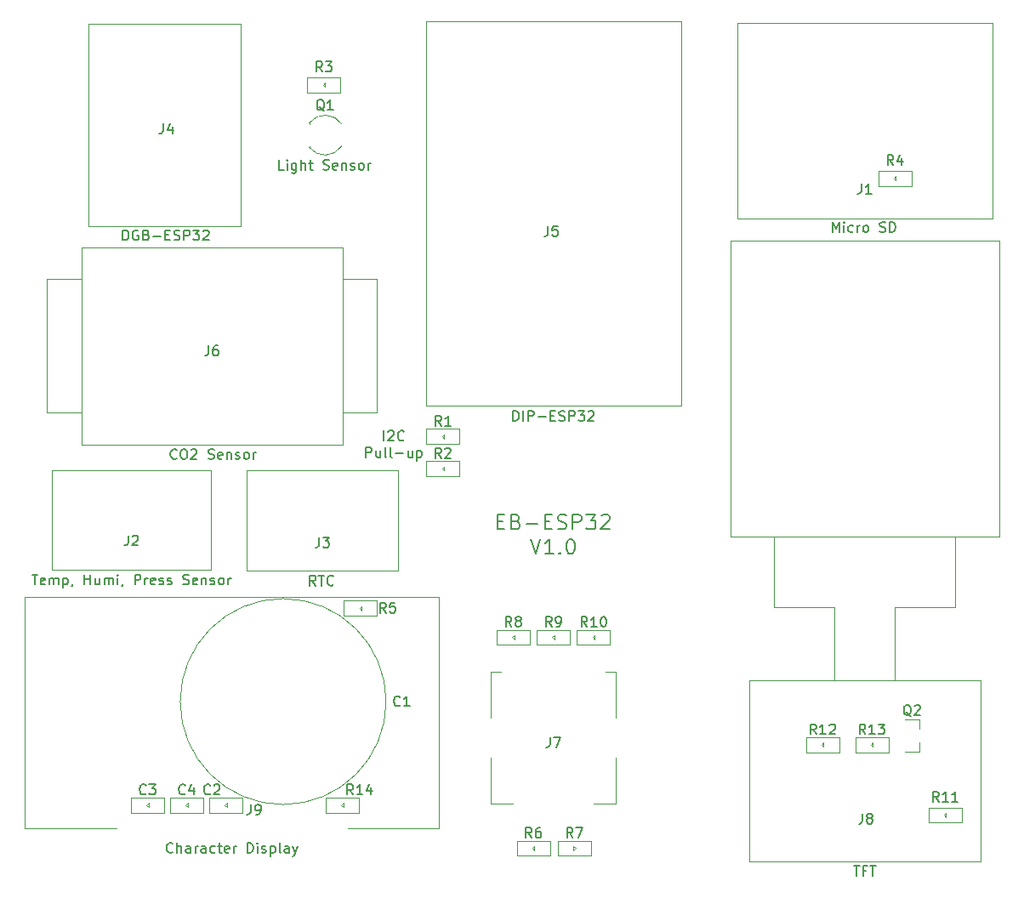
<source format=gto>
%TF.GenerationSoftware,KiCad,Pcbnew,(5.1.10-1-10_14)*%
%TF.CreationDate,2021-12-01T23:10:12+09:00*%
%TF.ProjectId,EB-ESP32,45422d45-5350-4333-922e-6b696361645f,V1.0*%
%TF.SameCoordinates,Original*%
%TF.FileFunction,Legend,Top*%
%TF.FilePolarity,Positive*%
%FSLAX46Y46*%
G04 Gerber Fmt 4.6, Leading zero omitted, Abs format (unit mm)*
G04 Created by KiCad (PCBNEW (5.1.10-1-10_14)) date 2021-12-01 23:10:12*
%MOMM*%
%LPD*%
G01*
G04 APERTURE LIST*
%ADD10C,0.200000*%
%ADD11C,0.150000*%
%ADD12C,0.120000*%
G04 APERTURE END LIST*
D10*
X-2571428Y-8467857D02*
X-2071428Y-8467857D01*
X-1857142Y-9253571D02*
X-2571428Y-9253571D01*
X-2571428Y-7753571D01*
X-1857142Y-7753571D01*
X-714285Y-8467857D02*
X-500000Y-8539285D01*
X-428571Y-8610714D01*
X-357142Y-8753571D01*
X-357142Y-8967857D01*
X-428571Y-9110714D01*
X-500000Y-9182142D01*
X-642857Y-9253571D01*
X-1214285Y-9253571D01*
X-1214285Y-7753571D01*
X-714285Y-7753571D01*
X-571428Y-7825000D01*
X-500000Y-7896428D01*
X-428571Y-8039285D01*
X-428571Y-8182142D01*
X-500000Y-8325000D01*
X-571428Y-8396428D01*
X-714285Y-8467857D01*
X-1214285Y-8467857D01*
X285714Y-8682142D02*
X1428571Y-8682142D01*
X2142857Y-8467857D02*
X2642857Y-8467857D01*
X2857142Y-9253571D02*
X2142857Y-9253571D01*
X2142857Y-7753571D01*
X2857142Y-7753571D01*
X3428571Y-9182142D02*
X3642857Y-9253571D01*
X4000000Y-9253571D01*
X4142857Y-9182142D01*
X4214285Y-9110714D01*
X4285714Y-8967857D01*
X4285714Y-8825000D01*
X4214285Y-8682142D01*
X4142857Y-8610714D01*
X4000000Y-8539285D01*
X3714285Y-8467857D01*
X3571428Y-8396428D01*
X3500000Y-8325000D01*
X3428571Y-8182142D01*
X3428571Y-8039285D01*
X3500000Y-7896428D01*
X3571428Y-7825000D01*
X3714285Y-7753571D01*
X4071428Y-7753571D01*
X4285714Y-7825000D01*
X4928571Y-9253571D02*
X4928571Y-7753571D01*
X5500000Y-7753571D01*
X5642857Y-7825000D01*
X5714285Y-7896428D01*
X5785714Y-8039285D01*
X5785714Y-8253571D01*
X5714285Y-8396428D01*
X5642857Y-8467857D01*
X5500000Y-8539285D01*
X4928571Y-8539285D01*
X6285714Y-7753571D02*
X7214285Y-7753571D01*
X6714285Y-8325000D01*
X6928571Y-8325000D01*
X7071428Y-8396428D01*
X7142857Y-8467857D01*
X7214285Y-8610714D01*
X7214285Y-8967857D01*
X7142857Y-9110714D01*
X7071428Y-9182142D01*
X6928571Y-9253571D01*
X6500000Y-9253571D01*
X6357142Y-9182142D01*
X6285714Y-9110714D01*
X7785714Y-7896428D02*
X7857142Y-7825000D01*
X8000000Y-7753571D01*
X8357142Y-7753571D01*
X8500000Y-7825000D01*
X8571428Y-7896428D01*
X8642857Y-8039285D01*
X8642857Y-8182142D01*
X8571428Y-8396428D01*
X7714285Y-9253571D01*
X8642857Y-9253571D01*
X714285Y-10203571D02*
X1214285Y-11703571D01*
X1714285Y-10203571D01*
X2999999Y-11703571D02*
X2142857Y-11703571D01*
X2571428Y-11703571D02*
X2571428Y-10203571D01*
X2428571Y-10417857D01*
X2285714Y-10560714D01*
X2142857Y-10632142D01*
X3642857Y-11560714D02*
X3714285Y-11632142D01*
X3642857Y-11703571D01*
X3571428Y-11632142D01*
X3642857Y-11560714D01*
X3642857Y-11703571D01*
X4642857Y-10203571D02*
X4785714Y-10203571D01*
X4928571Y-10275000D01*
X5000000Y-10346428D01*
X5071428Y-10489285D01*
X5142857Y-10775000D01*
X5142857Y-11132142D01*
X5071428Y-11417857D01*
X5000000Y-11560714D01*
X4928571Y-11632142D01*
X4785714Y-11703571D01*
X4642857Y-11703571D01*
X4500000Y-11632142D01*
X4428571Y-11560714D01*
X4357142Y-11417857D01*
X4285714Y-11132142D01*
X4285714Y-10775000D01*
X4357142Y-10489285D01*
X4428571Y-10346428D01*
X4500000Y-10275000D01*
X4642857Y-10203571D01*
D11*
X-34495238Y-2157142D02*
X-34542857Y-2204761D01*
X-34685714Y-2252380D01*
X-34780952Y-2252380D01*
X-34923809Y-2204761D01*
X-35019047Y-2109523D01*
X-35066666Y-2014285D01*
X-35114285Y-1823809D01*
X-35114285Y-1680952D01*
X-35066666Y-1490476D01*
X-35019047Y-1395238D01*
X-34923809Y-1300000D01*
X-34780952Y-1252380D01*
X-34685714Y-1252380D01*
X-34542857Y-1300000D01*
X-34495238Y-1347619D01*
X-33876190Y-1252380D02*
X-33685714Y-1252380D01*
X-33590476Y-1300000D01*
X-33495238Y-1395238D01*
X-33447619Y-1585714D01*
X-33447619Y-1919047D01*
X-33495238Y-2109523D01*
X-33590476Y-2204761D01*
X-33685714Y-2252380D01*
X-33876190Y-2252380D01*
X-33971428Y-2204761D01*
X-34066666Y-2109523D01*
X-34114285Y-1919047D01*
X-34114285Y-1585714D01*
X-34066666Y-1395238D01*
X-33971428Y-1300000D01*
X-33876190Y-1252380D01*
X-33066666Y-1347619D02*
X-33019047Y-1300000D01*
X-32923809Y-1252380D01*
X-32685714Y-1252380D01*
X-32590476Y-1300000D01*
X-32542857Y-1347619D01*
X-32495238Y-1442857D01*
X-32495238Y-1538095D01*
X-32542857Y-1680952D01*
X-33114285Y-2252380D01*
X-32495238Y-2252380D01*
X-31352380Y-2204761D02*
X-31209523Y-2252380D01*
X-30971428Y-2252380D01*
X-30876190Y-2204761D01*
X-30828571Y-2157142D01*
X-30780952Y-2061904D01*
X-30780952Y-1966666D01*
X-30828571Y-1871428D01*
X-30876190Y-1823809D01*
X-30971428Y-1776190D01*
X-31161904Y-1728571D01*
X-31257142Y-1680952D01*
X-31304761Y-1633333D01*
X-31352380Y-1538095D01*
X-31352380Y-1442857D01*
X-31304761Y-1347619D01*
X-31257142Y-1300000D01*
X-31161904Y-1252380D01*
X-30923809Y-1252380D01*
X-30780952Y-1300000D01*
X-29971428Y-2204761D02*
X-30066666Y-2252380D01*
X-30257142Y-2252380D01*
X-30352380Y-2204761D01*
X-30400000Y-2109523D01*
X-30400000Y-1728571D01*
X-30352380Y-1633333D01*
X-30257142Y-1585714D01*
X-30066666Y-1585714D01*
X-29971428Y-1633333D01*
X-29923809Y-1728571D01*
X-29923809Y-1823809D01*
X-30400000Y-1919047D01*
X-29495238Y-1585714D02*
X-29495238Y-2252380D01*
X-29495238Y-1680952D02*
X-29447619Y-1633333D01*
X-29352380Y-1585714D01*
X-29209523Y-1585714D01*
X-29114285Y-1633333D01*
X-29066666Y-1728571D01*
X-29066666Y-2252380D01*
X-28638095Y-2204761D02*
X-28542857Y-2252380D01*
X-28352380Y-2252380D01*
X-28257142Y-2204761D01*
X-28209523Y-2109523D01*
X-28209523Y-2061904D01*
X-28257142Y-1966666D01*
X-28352380Y-1919047D01*
X-28495238Y-1919047D01*
X-28590476Y-1871428D01*
X-28638095Y-1776190D01*
X-28638095Y-1728571D01*
X-28590476Y-1633333D01*
X-28495238Y-1585714D01*
X-28352380Y-1585714D01*
X-28257142Y-1633333D01*
X-27638095Y-2252380D02*
X-27733333Y-2204761D01*
X-27780952Y-2157142D01*
X-27828571Y-2061904D01*
X-27828571Y-1776190D01*
X-27780952Y-1680952D01*
X-27733333Y-1633333D01*
X-27638095Y-1585714D01*
X-27495238Y-1585714D01*
X-27399999Y-1633333D01*
X-27352380Y-1680952D01*
X-27304761Y-1776190D01*
X-27304761Y-2061904D01*
X-27352380Y-2157142D01*
X-27399999Y-2204761D01*
X-27495238Y-2252380D01*
X-27638095Y-2252380D01*
X-26876190Y-2252380D02*
X-26876190Y-1585714D01*
X-26876190Y-1776190D02*
X-26828571Y-1680952D01*
X-26780952Y-1633333D01*
X-26685714Y-1585714D01*
X-26590476Y-1585714D01*
X-20671428Y-14852380D02*
X-21004761Y-14376190D01*
X-21242857Y-14852380D02*
X-21242857Y-13852380D01*
X-20861904Y-13852380D01*
X-20766666Y-13900000D01*
X-20719047Y-13947619D01*
X-20671428Y-14042857D01*
X-20671428Y-14185714D01*
X-20719047Y-14280952D01*
X-20766666Y-14328571D01*
X-20861904Y-14376190D01*
X-21242857Y-14376190D01*
X-20385714Y-13852380D02*
X-19814285Y-13852380D01*
X-20100000Y-14852380D02*
X-20100000Y-13852380D01*
X-18909523Y-14757142D02*
X-18957142Y-14804761D01*
X-19100000Y-14852380D01*
X-19195238Y-14852380D01*
X-19338095Y-14804761D01*
X-19433333Y-14709523D01*
X-19480952Y-14614285D01*
X-19528571Y-14423809D01*
X-19528571Y-14280952D01*
X-19480952Y-14090476D01*
X-19433333Y-13995238D01*
X-19338095Y-13900000D01*
X-19195238Y-13852380D01*
X-19100000Y-13852380D01*
X-18957142Y-13900000D01*
X-18909523Y-13947619D01*
X-48904761Y-13752380D02*
X-48333333Y-13752380D01*
X-48619047Y-14752380D02*
X-48619047Y-13752380D01*
X-47619047Y-14704761D02*
X-47714285Y-14752380D01*
X-47904761Y-14752380D01*
X-48000000Y-14704761D01*
X-48047619Y-14609523D01*
X-48047619Y-14228571D01*
X-48000000Y-14133333D01*
X-47904761Y-14085714D01*
X-47714285Y-14085714D01*
X-47619047Y-14133333D01*
X-47571428Y-14228571D01*
X-47571428Y-14323809D01*
X-48047619Y-14419047D01*
X-47142857Y-14752380D02*
X-47142857Y-14085714D01*
X-47142857Y-14180952D02*
X-47095238Y-14133333D01*
X-47000000Y-14085714D01*
X-46857142Y-14085714D01*
X-46761904Y-14133333D01*
X-46714285Y-14228571D01*
X-46714285Y-14752380D01*
X-46714285Y-14228571D02*
X-46666666Y-14133333D01*
X-46571428Y-14085714D01*
X-46428571Y-14085714D01*
X-46333333Y-14133333D01*
X-46285714Y-14228571D01*
X-46285714Y-14752380D01*
X-45809523Y-14085714D02*
X-45809523Y-15085714D01*
X-45809523Y-14133333D02*
X-45714285Y-14085714D01*
X-45523809Y-14085714D01*
X-45428571Y-14133333D01*
X-45380952Y-14180952D01*
X-45333333Y-14276190D01*
X-45333333Y-14561904D01*
X-45380952Y-14657142D01*
X-45428571Y-14704761D01*
X-45523809Y-14752380D01*
X-45714285Y-14752380D01*
X-45809523Y-14704761D01*
X-44857142Y-14704761D02*
X-44857142Y-14752380D01*
X-44904761Y-14847619D01*
X-44952380Y-14895238D01*
X-43666666Y-14752380D02*
X-43666666Y-13752380D01*
X-43666666Y-14228571D02*
X-43095238Y-14228571D01*
X-43095238Y-14752380D02*
X-43095238Y-13752380D01*
X-42190476Y-14085714D02*
X-42190476Y-14752380D01*
X-42619047Y-14085714D02*
X-42619047Y-14609523D01*
X-42571428Y-14704761D01*
X-42476190Y-14752380D01*
X-42333333Y-14752380D01*
X-42238095Y-14704761D01*
X-42190476Y-14657142D01*
X-41714285Y-14752380D02*
X-41714285Y-14085714D01*
X-41714285Y-14180952D02*
X-41666666Y-14133333D01*
X-41571428Y-14085714D01*
X-41428571Y-14085714D01*
X-41333333Y-14133333D01*
X-41285714Y-14228571D01*
X-41285714Y-14752380D01*
X-41285714Y-14228571D02*
X-41238095Y-14133333D01*
X-41142857Y-14085714D01*
X-41000000Y-14085714D01*
X-40904761Y-14133333D01*
X-40857142Y-14228571D01*
X-40857142Y-14752380D01*
X-40380952Y-14752380D02*
X-40380952Y-14085714D01*
X-40380952Y-13752380D02*
X-40428571Y-13800000D01*
X-40380952Y-13847619D01*
X-40333333Y-13800000D01*
X-40380952Y-13752380D01*
X-40380952Y-13847619D01*
X-39857142Y-14704761D02*
X-39857142Y-14752380D01*
X-39904761Y-14847619D01*
X-39952380Y-14895238D01*
X-38666666Y-14752380D02*
X-38666666Y-13752380D01*
X-38285714Y-13752380D01*
X-38190476Y-13800000D01*
X-38142857Y-13847619D01*
X-38095238Y-13942857D01*
X-38095238Y-14085714D01*
X-38142857Y-14180952D01*
X-38190476Y-14228571D01*
X-38285714Y-14276190D01*
X-38666666Y-14276190D01*
X-37666666Y-14752380D02*
X-37666666Y-14085714D01*
X-37666666Y-14276190D02*
X-37619047Y-14180952D01*
X-37571428Y-14133333D01*
X-37476190Y-14085714D01*
X-37380952Y-14085714D01*
X-36666666Y-14704761D02*
X-36761904Y-14752380D01*
X-36952380Y-14752380D01*
X-37047619Y-14704761D01*
X-37095238Y-14609523D01*
X-37095238Y-14228571D01*
X-37047619Y-14133333D01*
X-36952380Y-14085714D01*
X-36761904Y-14085714D01*
X-36666666Y-14133333D01*
X-36619047Y-14228571D01*
X-36619047Y-14323809D01*
X-37095238Y-14419047D01*
X-36238095Y-14704761D02*
X-36142857Y-14752380D01*
X-35952380Y-14752380D01*
X-35857142Y-14704761D01*
X-35809523Y-14609523D01*
X-35809523Y-14561904D01*
X-35857142Y-14466666D01*
X-35952380Y-14419047D01*
X-36095238Y-14419047D01*
X-36190476Y-14371428D01*
X-36238095Y-14276190D01*
X-36238095Y-14228571D01*
X-36190476Y-14133333D01*
X-36095238Y-14085714D01*
X-35952380Y-14085714D01*
X-35857142Y-14133333D01*
X-35428571Y-14704761D02*
X-35333333Y-14752380D01*
X-35142857Y-14752380D01*
X-35047619Y-14704761D01*
X-35000000Y-14609523D01*
X-35000000Y-14561904D01*
X-35047619Y-14466666D01*
X-35142857Y-14419047D01*
X-35285714Y-14419047D01*
X-35380952Y-14371428D01*
X-35428571Y-14276190D01*
X-35428571Y-14228571D01*
X-35380952Y-14133333D01*
X-35285714Y-14085714D01*
X-35142857Y-14085714D01*
X-35047619Y-14133333D01*
X-33857142Y-14704761D02*
X-33714285Y-14752380D01*
X-33476190Y-14752380D01*
X-33380952Y-14704761D01*
X-33333333Y-14657142D01*
X-33285714Y-14561904D01*
X-33285714Y-14466666D01*
X-33333333Y-14371428D01*
X-33380952Y-14323809D01*
X-33476190Y-14276190D01*
X-33666666Y-14228571D01*
X-33761904Y-14180952D01*
X-33809523Y-14133333D01*
X-33857142Y-14038095D01*
X-33857142Y-13942857D01*
X-33809523Y-13847619D01*
X-33761904Y-13800000D01*
X-33666666Y-13752380D01*
X-33428571Y-13752380D01*
X-33285714Y-13800000D01*
X-32476190Y-14704761D02*
X-32571428Y-14752380D01*
X-32761904Y-14752380D01*
X-32857142Y-14704761D01*
X-32904761Y-14609523D01*
X-32904761Y-14228571D01*
X-32857142Y-14133333D01*
X-32761904Y-14085714D01*
X-32571428Y-14085714D01*
X-32476190Y-14133333D01*
X-32428571Y-14228571D01*
X-32428571Y-14323809D01*
X-32904761Y-14419047D01*
X-32000000Y-14085714D02*
X-32000000Y-14752380D01*
X-32000000Y-14180952D02*
X-31952380Y-14133333D01*
X-31857142Y-14085714D01*
X-31714285Y-14085714D01*
X-31619047Y-14133333D01*
X-31571428Y-14228571D01*
X-31571428Y-14752380D01*
X-31142857Y-14704761D02*
X-31047619Y-14752380D01*
X-30857142Y-14752380D01*
X-30761904Y-14704761D01*
X-30714285Y-14609523D01*
X-30714285Y-14561904D01*
X-30761904Y-14466666D01*
X-30857142Y-14419047D01*
X-31000000Y-14419047D01*
X-31095238Y-14371428D01*
X-31142857Y-14276190D01*
X-31142857Y-14228571D01*
X-31095238Y-14133333D01*
X-31000000Y-14085714D01*
X-30857142Y-14085714D01*
X-30761904Y-14133333D01*
X-30142857Y-14752380D02*
X-30238095Y-14704761D01*
X-30285714Y-14657142D01*
X-30333333Y-14561904D01*
X-30333333Y-14276190D01*
X-30285714Y-14180952D01*
X-30238095Y-14133333D01*
X-30142857Y-14085714D01*
X-30000000Y-14085714D01*
X-29904761Y-14133333D01*
X-29857142Y-14180952D01*
X-29809523Y-14276190D01*
X-29809523Y-14561904D01*
X-29857142Y-14657142D01*
X-29904761Y-14704761D01*
X-30000000Y-14752380D01*
X-30142857Y-14752380D01*
X-29380952Y-14752380D02*
X-29380952Y-14085714D01*
X-29380952Y-14276190D02*
X-29333333Y-14180952D01*
X-29285714Y-14133333D01*
X-29190476Y-14085714D01*
X-29095238Y-14085714D01*
X-34880952Y-41357142D02*
X-34928571Y-41404761D01*
X-35071428Y-41452380D01*
X-35166666Y-41452380D01*
X-35309523Y-41404761D01*
X-35404761Y-41309523D01*
X-35452380Y-41214285D01*
X-35499999Y-41023809D01*
X-35499999Y-40880952D01*
X-35452380Y-40690476D01*
X-35404761Y-40595238D01*
X-35309523Y-40500000D01*
X-35166666Y-40452380D01*
X-35071428Y-40452380D01*
X-34928571Y-40500000D01*
X-34880952Y-40547619D01*
X-34452380Y-41452380D02*
X-34452380Y-40452380D01*
X-34023809Y-41452380D02*
X-34023809Y-40928571D01*
X-34071428Y-40833333D01*
X-34166666Y-40785714D01*
X-34309523Y-40785714D01*
X-34404761Y-40833333D01*
X-34452380Y-40880952D01*
X-33119047Y-41452380D02*
X-33119047Y-40928571D01*
X-33166666Y-40833333D01*
X-33261904Y-40785714D01*
X-33452380Y-40785714D01*
X-33547619Y-40833333D01*
X-33119047Y-41404761D02*
X-33214285Y-41452380D01*
X-33452380Y-41452380D01*
X-33547619Y-41404761D01*
X-33595238Y-41309523D01*
X-33595238Y-41214285D01*
X-33547619Y-41119047D01*
X-33452380Y-41071428D01*
X-33214285Y-41071428D01*
X-33119047Y-41023809D01*
X-32642857Y-41452380D02*
X-32642857Y-40785714D01*
X-32642857Y-40976190D02*
X-32595238Y-40880952D01*
X-32547619Y-40833333D01*
X-32452380Y-40785714D01*
X-32357142Y-40785714D01*
X-31595238Y-41452380D02*
X-31595238Y-40928571D01*
X-31642857Y-40833333D01*
X-31738095Y-40785714D01*
X-31928571Y-40785714D01*
X-32023809Y-40833333D01*
X-31595238Y-41404761D02*
X-31690476Y-41452380D01*
X-31928571Y-41452380D01*
X-32023809Y-41404761D01*
X-32071428Y-41309523D01*
X-32071428Y-41214285D01*
X-32023809Y-41119047D01*
X-31928571Y-41071428D01*
X-31690476Y-41071428D01*
X-31595238Y-41023809D01*
X-30690476Y-41404761D02*
X-30785714Y-41452380D01*
X-30976190Y-41452380D01*
X-31071428Y-41404761D01*
X-31119047Y-41357142D01*
X-31166666Y-41261904D01*
X-31166666Y-40976190D01*
X-31119047Y-40880952D01*
X-31071428Y-40833333D01*
X-30976190Y-40785714D01*
X-30785714Y-40785714D01*
X-30690476Y-40833333D01*
X-30404761Y-40785714D02*
X-30023809Y-40785714D01*
X-30261904Y-40452380D02*
X-30261904Y-41309523D01*
X-30214285Y-41404761D01*
X-30119047Y-41452380D01*
X-30023809Y-41452380D01*
X-29309523Y-41404761D02*
X-29404761Y-41452380D01*
X-29595238Y-41452380D01*
X-29690476Y-41404761D01*
X-29738095Y-41309523D01*
X-29738095Y-40928571D01*
X-29690476Y-40833333D01*
X-29595238Y-40785714D01*
X-29404761Y-40785714D01*
X-29309523Y-40833333D01*
X-29261904Y-40928571D01*
X-29261904Y-41023809D01*
X-29738095Y-41119047D01*
X-28833333Y-41452380D02*
X-28833333Y-40785714D01*
X-28833333Y-40976190D02*
X-28785714Y-40880952D01*
X-28738095Y-40833333D01*
X-28642857Y-40785714D01*
X-28547619Y-40785714D01*
X-27452380Y-41452380D02*
X-27452380Y-40452380D01*
X-27214285Y-40452380D01*
X-27071428Y-40500000D01*
X-26976190Y-40595238D01*
X-26928571Y-40690476D01*
X-26880952Y-40880952D01*
X-26880952Y-41023809D01*
X-26928571Y-41214285D01*
X-26976190Y-41309523D01*
X-27071428Y-41404761D01*
X-27214285Y-41452380D01*
X-27452380Y-41452380D01*
X-26452380Y-41452380D02*
X-26452380Y-40785714D01*
X-26452380Y-40452380D02*
X-26499999Y-40500000D01*
X-26452380Y-40547619D01*
X-26404761Y-40500000D01*
X-26452380Y-40452380D01*
X-26452380Y-40547619D01*
X-26023809Y-41404761D02*
X-25928571Y-41452380D01*
X-25738095Y-41452380D01*
X-25642857Y-41404761D01*
X-25595238Y-41309523D01*
X-25595238Y-41261904D01*
X-25642857Y-41166666D01*
X-25738095Y-41119047D01*
X-25880952Y-41119047D01*
X-25976190Y-41071428D01*
X-26023809Y-40976190D01*
X-26023809Y-40928571D01*
X-25976190Y-40833333D01*
X-25880952Y-40785714D01*
X-25738095Y-40785714D01*
X-25642857Y-40833333D01*
X-25166666Y-40785714D02*
X-25166666Y-41785714D01*
X-25166666Y-40833333D02*
X-25071428Y-40785714D01*
X-24880952Y-40785714D01*
X-24785714Y-40833333D01*
X-24738095Y-40880952D01*
X-24690476Y-40976190D01*
X-24690476Y-41261904D01*
X-24738095Y-41357142D01*
X-24785714Y-41404761D01*
X-24880952Y-41452380D01*
X-25071428Y-41452380D01*
X-25166666Y-41404761D01*
X-24119047Y-41452380D02*
X-24214285Y-41404761D01*
X-24261904Y-41309523D01*
X-24261904Y-40452380D01*
X-23309523Y-41452380D02*
X-23309523Y-40928571D01*
X-23357142Y-40833333D01*
X-23452380Y-40785714D01*
X-23642857Y-40785714D01*
X-23738095Y-40833333D01*
X-23309523Y-41404761D02*
X-23404761Y-41452380D01*
X-23642857Y-41452380D01*
X-23738095Y-41404761D01*
X-23785714Y-41309523D01*
X-23785714Y-41214285D01*
X-23738095Y-41119047D01*
X-23642857Y-41071428D01*
X-23404761Y-41071428D01*
X-23309523Y-41023809D01*
X-22928571Y-40785714D02*
X-22690476Y-41452380D01*
X-22452380Y-40785714D02*
X-22690476Y-41452380D01*
X-22785714Y-41690476D01*
X-22833333Y-41738095D01*
X-22928571Y-41785714D01*
X32904761Y-42752380D02*
X33476190Y-42752380D01*
X33190476Y-43752380D02*
X33190476Y-42752380D01*
X34142857Y-43228571D02*
X33809523Y-43228571D01*
X33809523Y-43752380D02*
X33809523Y-42752380D01*
X34285714Y-42752380D01*
X34523809Y-42752380D02*
X35095238Y-42752380D01*
X34809523Y-43752380D02*
X34809523Y-42752380D01*
X30780952Y20347619D02*
X30780952Y21347619D01*
X31114285Y20633333D01*
X31447619Y21347619D01*
X31447619Y20347619D01*
X31923809Y20347619D02*
X31923809Y21014285D01*
X31923809Y21347619D02*
X31876190Y21300000D01*
X31923809Y21252380D01*
X31971428Y21300000D01*
X31923809Y21347619D01*
X31923809Y21252380D01*
X32828571Y20395238D02*
X32733333Y20347619D01*
X32542857Y20347619D01*
X32447619Y20395238D01*
X32400000Y20442857D01*
X32352380Y20538095D01*
X32352380Y20823809D01*
X32400000Y20919047D01*
X32447619Y20966666D01*
X32542857Y21014285D01*
X32733333Y21014285D01*
X32828571Y20966666D01*
X33257142Y20347619D02*
X33257142Y21014285D01*
X33257142Y20823809D02*
X33304761Y20919047D01*
X33352380Y20966666D01*
X33447619Y21014285D01*
X33542857Y21014285D01*
X34019047Y20347619D02*
X33923809Y20395238D01*
X33876190Y20442857D01*
X33828571Y20538095D01*
X33828571Y20823809D01*
X33876190Y20919047D01*
X33923809Y20966666D01*
X34019047Y21014285D01*
X34161904Y21014285D01*
X34257142Y20966666D01*
X34304761Y20919047D01*
X34352380Y20823809D01*
X34352380Y20538095D01*
X34304761Y20442857D01*
X34257142Y20395238D01*
X34161904Y20347619D01*
X34019047Y20347619D01*
X35495238Y20395238D02*
X35638095Y20347619D01*
X35876190Y20347619D01*
X35971428Y20395238D01*
X36019047Y20442857D01*
X36066666Y20538095D01*
X36066666Y20633333D01*
X36019047Y20728571D01*
X35971428Y20776190D01*
X35876190Y20823809D01*
X35685714Y20871428D01*
X35590476Y20919047D01*
X35542857Y20966666D01*
X35495238Y21061904D01*
X35495238Y21157142D01*
X35542857Y21252380D01*
X35590476Y21300000D01*
X35685714Y21347619D01*
X35923809Y21347619D01*
X36066666Y21300000D01*
X36495238Y20347619D02*
X36495238Y21347619D01*
X36733333Y21347619D01*
X36876190Y21300000D01*
X36971428Y21204761D01*
X37019047Y21109523D01*
X37066666Y20919047D01*
X37066666Y20776190D01*
X37019047Y20585714D01*
X36971428Y20490476D01*
X36876190Y20395238D01*
X36733333Y20347619D01*
X36495238Y20347619D01*
X-1000000Y1547619D02*
X-1000000Y2547619D01*
X-761904Y2547619D01*
X-619047Y2500000D01*
X-523809Y2404761D01*
X-476190Y2309523D01*
X-428571Y2119047D01*
X-428571Y1976190D01*
X-476190Y1785714D01*
X-523809Y1690476D01*
X-619047Y1595238D01*
X-761904Y1547619D01*
X-1000000Y1547619D01*
X0Y1547619D02*
X0Y2547619D01*
X476190Y1547619D02*
X476190Y2547619D01*
X857142Y2547619D01*
X952380Y2500000D01*
X1000000Y2452380D01*
X1047619Y2357142D01*
X1047619Y2214285D01*
X1000000Y2119047D01*
X952380Y2071428D01*
X857142Y2023809D01*
X476190Y2023809D01*
X1476190Y1928571D02*
X2238095Y1928571D01*
X2714285Y2071428D02*
X3047619Y2071428D01*
X3190476Y1547619D02*
X2714285Y1547619D01*
X2714285Y2547619D01*
X3190476Y2547619D01*
X3571428Y1595238D02*
X3714285Y1547619D01*
X3952380Y1547619D01*
X4047619Y1595238D01*
X4095238Y1642857D01*
X4142857Y1738095D01*
X4142857Y1833333D01*
X4095238Y1928571D01*
X4047619Y1976190D01*
X3952380Y2023809D01*
X3761904Y2071428D01*
X3666666Y2119047D01*
X3619047Y2166666D01*
X3571428Y2261904D01*
X3571428Y2357142D01*
X3619047Y2452380D01*
X3666666Y2500000D01*
X3761904Y2547619D01*
X4000000Y2547619D01*
X4142857Y2500000D01*
X4571428Y1547619D02*
X4571428Y2547619D01*
X4952380Y2547619D01*
X5047619Y2500000D01*
X5095238Y2452380D01*
X5142857Y2357142D01*
X5142857Y2214285D01*
X5095238Y2119047D01*
X5047619Y2071428D01*
X4952380Y2023809D01*
X4571428Y2023809D01*
X5476190Y2547619D02*
X6095238Y2547619D01*
X5761904Y2166666D01*
X5904761Y2166666D01*
X6000000Y2119047D01*
X6047619Y2071428D01*
X6095238Y1976190D01*
X6095238Y1738095D01*
X6047619Y1642857D01*
X6000000Y1595238D01*
X5904761Y1547619D01*
X5619047Y1547619D01*
X5523809Y1595238D01*
X5476190Y1642857D01*
X6476190Y2452380D02*
X6523809Y2500000D01*
X6619047Y2547619D01*
X6857142Y2547619D01*
X6952380Y2500000D01*
X7000000Y2452380D01*
X7047619Y2357142D01*
X7047619Y2261904D01*
X7000000Y2119047D01*
X6428571Y1547619D01*
X7047619Y1547619D01*
X-39861904Y19547619D02*
X-39861904Y20547619D01*
X-39623809Y20547619D01*
X-39480952Y20500000D01*
X-39385714Y20404761D01*
X-39338095Y20309523D01*
X-39290476Y20119047D01*
X-39290476Y19976190D01*
X-39338095Y19785714D01*
X-39385714Y19690476D01*
X-39480952Y19595238D01*
X-39623809Y19547619D01*
X-39861904Y19547619D01*
X-38338095Y20500000D02*
X-38433333Y20547619D01*
X-38576190Y20547619D01*
X-38719047Y20500000D01*
X-38814285Y20404761D01*
X-38861904Y20309523D01*
X-38909523Y20119047D01*
X-38909523Y19976190D01*
X-38861904Y19785714D01*
X-38814285Y19690476D01*
X-38719047Y19595238D01*
X-38576190Y19547619D01*
X-38480952Y19547619D01*
X-38338095Y19595238D01*
X-38290476Y19642857D01*
X-38290476Y19976190D01*
X-38480952Y19976190D01*
X-37528571Y20071428D02*
X-37385714Y20023809D01*
X-37338095Y19976190D01*
X-37290476Y19880952D01*
X-37290476Y19738095D01*
X-37338095Y19642857D01*
X-37385714Y19595238D01*
X-37480952Y19547619D01*
X-37861904Y19547619D01*
X-37861904Y20547619D01*
X-37528571Y20547619D01*
X-37433333Y20500000D01*
X-37385714Y20452380D01*
X-37338095Y20357142D01*
X-37338095Y20261904D01*
X-37385714Y20166666D01*
X-37433333Y20119047D01*
X-37528571Y20071428D01*
X-37861904Y20071428D01*
X-36861904Y19928571D02*
X-36100000Y19928571D01*
X-35623809Y20071428D02*
X-35290476Y20071428D01*
X-35147619Y19547619D02*
X-35623809Y19547619D01*
X-35623809Y20547619D01*
X-35147619Y20547619D01*
X-34766666Y19595238D02*
X-34623809Y19547619D01*
X-34385714Y19547619D01*
X-34290476Y19595238D01*
X-34242857Y19642857D01*
X-34195238Y19738095D01*
X-34195238Y19833333D01*
X-34242857Y19928571D01*
X-34290476Y19976190D01*
X-34385714Y20023809D01*
X-34576190Y20071428D01*
X-34671428Y20119047D01*
X-34719047Y20166666D01*
X-34766666Y20261904D01*
X-34766666Y20357142D01*
X-34719047Y20452380D01*
X-34671428Y20500000D01*
X-34576190Y20547619D01*
X-34338095Y20547619D01*
X-34195238Y20500000D01*
X-33766666Y19547619D02*
X-33766666Y20547619D01*
X-33385714Y20547619D01*
X-33290476Y20500000D01*
X-33242857Y20452380D01*
X-33195238Y20357142D01*
X-33195238Y20214285D01*
X-33242857Y20119047D01*
X-33290476Y20071428D01*
X-33385714Y20023809D01*
X-33766666Y20023809D01*
X-32861904Y20547619D02*
X-32242857Y20547619D01*
X-32576190Y20166666D01*
X-32433333Y20166666D01*
X-32338095Y20119047D01*
X-32290476Y20071428D01*
X-32242857Y19976190D01*
X-32242857Y19738095D01*
X-32290476Y19642857D01*
X-32338095Y19595238D01*
X-32433333Y19547619D01*
X-32719047Y19547619D01*
X-32814285Y19595238D01*
X-32861904Y19642857D01*
X-31861904Y20452380D02*
X-31814285Y20500000D01*
X-31719047Y20547619D01*
X-31480952Y20547619D01*
X-31385714Y20500000D01*
X-31338095Y20452380D01*
X-31290476Y20357142D01*
X-31290476Y20261904D01*
X-31338095Y20119047D01*
X-31909523Y19547619D01*
X-31290476Y19547619D01*
X-23823809Y26547619D02*
X-24300000Y26547619D01*
X-24300000Y27547619D01*
X-23490476Y26547619D02*
X-23490476Y27214285D01*
X-23490476Y27547619D02*
X-23538095Y27500000D01*
X-23490476Y27452380D01*
X-23442857Y27500000D01*
X-23490476Y27547619D01*
X-23490476Y27452380D01*
X-22585714Y27214285D02*
X-22585714Y26404761D01*
X-22633333Y26309523D01*
X-22680952Y26261904D01*
X-22776190Y26214285D01*
X-22919047Y26214285D01*
X-23014285Y26261904D01*
X-22585714Y26595238D02*
X-22680952Y26547619D01*
X-22871428Y26547619D01*
X-22966666Y26595238D01*
X-23014285Y26642857D01*
X-23061904Y26738095D01*
X-23061904Y27023809D01*
X-23014285Y27119047D01*
X-22966666Y27166666D01*
X-22871428Y27214285D01*
X-22680952Y27214285D01*
X-22585714Y27166666D01*
X-22109523Y26547619D02*
X-22109523Y27547619D01*
X-21680952Y26547619D02*
X-21680952Y27071428D01*
X-21728571Y27166666D01*
X-21823809Y27214285D01*
X-21966666Y27214285D01*
X-22061904Y27166666D01*
X-22109523Y27119047D01*
X-21347619Y27214285D02*
X-20966666Y27214285D01*
X-21204761Y27547619D02*
X-21204761Y26690476D01*
X-21157142Y26595238D01*
X-21061904Y26547619D01*
X-20966666Y26547619D01*
X-19919047Y26595238D02*
X-19776190Y26547619D01*
X-19538095Y26547619D01*
X-19442857Y26595238D01*
X-19395238Y26642857D01*
X-19347619Y26738095D01*
X-19347619Y26833333D01*
X-19395238Y26928571D01*
X-19442857Y26976190D01*
X-19538095Y27023809D01*
X-19728571Y27071428D01*
X-19823809Y27119047D01*
X-19871428Y27166666D01*
X-19919047Y27261904D01*
X-19919047Y27357142D01*
X-19871428Y27452380D01*
X-19823809Y27500000D01*
X-19728571Y27547619D01*
X-19490476Y27547619D01*
X-19347619Y27500000D01*
X-18538095Y26595238D02*
X-18633333Y26547619D01*
X-18823809Y26547619D01*
X-18919047Y26595238D01*
X-18966666Y26690476D01*
X-18966666Y27071428D01*
X-18919047Y27166666D01*
X-18823809Y27214285D01*
X-18633333Y27214285D01*
X-18538095Y27166666D01*
X-18490476Y27071428D01*
X-18490476Y26976190D01*
X-18966666Y26880952D01*
X-18061904Y27214285D02*
X-18061904Y26547619D01*
X-18061904Y27119047D02*
X-18014285Y27166666D01*
X-17919047Y27214285D01*
X-17776190Y27214285D01*
X-17680952Y27166666D01*
X-17633333Y27071428D01*
X-17633333Y26547619D01*
X-17204761Y26595238D02*
X-17109523Y26547619D01*
X-16919047Y26547619D01*
X-16823809Y26595238D01*
X-16776190Y26690476D01*
X-16776190Y26738095D01*
X-16823809Y26833333D01*
X-16919047Y26880952D01*
X-17061904Y26880952D01*
X-17157142Y26928571D01*
X-17204761Y27023809D01*
X-17204761Y27071428D01*
X-17157142Y27166666D01*
X-17061904Y27214285D01*
X-16919047Y27214285D01*
X-16823809Y27166666D01*
X-16204761Y26547619D02*
X-16300000Y26595238D01*
X-16347619Y26642857D01*
X-16395238Y26738095D01*
X-16395238Y27023809D01*
X-16347619Y27119047D01*
X-16300000Y27166666D01*
X-16204761Y27214285D01*
X-16061904Y27214285D01*
X-15966666Y27166666D01*
X-15919047Y27119047D01*
X-15871428Y27023809D01*
X-15871428Y26738095D01*
X-15919047Y26642857D01*
X-15966666Y26595238D01*
X-16061904Y26547619D01*
X-16204761Y26547619D01*
X-15442857Y26547619D02*
X-15442857Y27214285D01*
X-15442857Y27023809D02*
X-15395238Y27119047D01*
X-15347619Y27166666D01*
X-15252380Y27214285D01*
X-15157142Y27214285D01*
D12*
X-43300000Y20900000D02*
X-28100000Y20900000D01*
X-43300000Y41100000D02*
X-43300000Y20900000D01*
X-28100000Y41100000D02*
X-43300000Y41100000D01*
X-28100000Y20900000D02*
X-28100000Y41100000D01*
X15700000Y41300000D02*
X15700000Y3100000D01*
X-9700000Y41300000D02*
X15700000Y41300000D01*
X-9700000Y3100000D02*
X-9700000Y41300000D01*
X15700000Y3100000D02*
X-9700000Y3100000D01*
D11*
X-13876190Y-427380D02*
X-13876190Y572619D01*
X-13447619Y477380D02*
X-13400000Y525000D01*
X-13304761Y572619D01*
X-13066666Y572619D01*
X-12971428Y525000D01*
X-12923809Y477380D01*
X-12876190Y382142D01*
X-12876190Y286904D01*
X-12923809Y144047D01*
X-13495238Y-427380D01*
X-12876190Y-427380D01*
X-11876190Y-332142D02*
X-11923809Y-379761D01*
X-12066666Y-427380D01*
X-12161904Y-427380D01*
X-12304761Y-379761D01*
X-12400000Y-284523D01*
X-12447619Y-189285D01*
X-12495238Y1190D01*
X-12495238Y144047D01*
X-12447619Y334523D01*
X-12400000Y429761D01*
X-12304761Y525000D01*
X-12161904Y572619D01*
X-12066666Y572619D01*
X-11923809Y525000D01*
X-11876190Y477380D01*
X-15661904Y-2077380D02*
X-15661904Y-1077380D01*
X-15280952Y-1077380D01*
X-15185714Y-1125000D01*
X-15138095Y-1172619D01*
X-15090476Y-1267857D01*
X-15090476Y-1410714D01*
X-15138095Y-1505952D01*
X-15185714Y-1553571D01*
X-15280952Y-1601190D01*
X-15661904Y-1601190D01*
X-14233333Y-1410714D02*
X-14233333Y-2077380D01*
X-14661904Y-1410714D02*
X-14661904Y-1934523D01*
X-14614285Y-2029761D01*
X-14519047Y-2077380D01*
X-14376190Y-2077380D01*
X-14280952Y-2029761D01*
X-14233333Y-1982142D01*
X-13614285Y-2077380D02*
X-13709523Y-2029761D01*
X-13757142Y-1934523D01*
X-13757142Y-1077380D01*
X-13090476Y-2077380D02*
X-13185714Y-2029761D01*
X-13233333Y-1934523D01*
X-13233333Y-1077380D01*
X-12709523Y-1696428D02*
X-11947619Y-1696428D01*
X-11042857Y-1410714D02*
X-11042857Y-2077380D01*
X-11471428Y-1410714D02*
X-11471428Y-1934523D01*
X-11423809Y-2029761D01*
X-11328571Y-2077380D01*
X-11185714Y-2077380D01*
X-11090476Y-2029761D01*
X-11042857Y-1982142D01*
X-10566666Y-1410714D02*
X-10566666Y-2410714D01*
X-10566666Y-1458333D02*
X-10471428Y-1410714D01*
X-10280952Y-1410714D01*
X-10185714Y-1458333D01*
X-10138095Y-1505952D01*
X-10090476Y-1601190D01*
X-10090476Y-1886904D01*
X-10138095Y-1982142D01*
X-10185714Y-2029761D01*
X-10280952Y-2077380D01*
X-10471428Y-2077380D01*
X-10566666Y-2029761D01*
D12*
%TO.C,C1*%
X-13649878Y-26400000D02*
G75*
G03*
X-13649878Y-26400000I-10250122J0D01*
G01*
%TO.C,R14*%
X-18100000Y-36700000D02*
X-17900000Y-36500000D01*
X-17900000Y-36900000D02*
X-18100000Y-36700000D01*
X-17900000Y-36500000D02*
X-17900000Y-36900000D01*
X-19650000Y-37450000D02*
X-16350000Y-37450000D01*
X-19650000Y-35950000D02*
X-16350000Y-35950000D01*
X-16350000Y-35950000D02*
X-16350000Y-37450000D01*
X-19650000Y-35950000D02*
X-19650000Y-37450000D01*
%TO.C,R13*%
X34600000Y-30700000D02*
X34800000Y-30500000D01*
X34800000Y-30900000D02*
X34600000Y-30700000D01*
X34800000Y-30500000D02*
X34800000Y-30900000D01*
X33050000Y-31450000D02*
X36350000Y-31450000D01*
X33050000Y-29950000D02*
X36350000Y-29950000D01*
X36350000Y-29950000D02*
X36350000Y-31450000D01*
X33050000Y-29950000D02*
X33050000Y-31450000D01*
%TO.C,R12*%
X29700000Y-30700000D02*
X29900000Y-30500000D01*
X29900000Y-30900000D02*
X29700000Y-30700000D01*
X29900000Y-30500000D02*
X29900000Y-30900000D01*
X28150000Y-31450000D02*
X31450000Y-31450000D01*
X28150000Y-29950000D02*
X31450000Y-29950000D01*
X31450000Y-29950000D02*
X31450000Y-31450000D01*
X28150000Y-29950000D02*
X28150000Y-31450000D01*
%TO.C,R11*%
X41900000Y-37700000D02*
X42100000Y-37500000D01*
X42100000Y-37900000D02*
X41900000Y-37700000D01*
X42100000Y-37500000D02*
X42100000Y-37900000D01*
X40350000Y-38450000D02*
X43650000Y-38450000D01*
X40350000Y-36950000D02*
X43650000Y-36950000D01*
X43650000Y-36950000D02*
X43650000Y-38450000D01*
X40350000Y-36950000D02*
X40350000Y-38450000D01*
%TO.C,R10*%
X6900000Y-20000000D02*
X7100000Y-19800000D01*
X7100000Y-20200000D02*
X6900000Y-20000000D01*
X7100000Y-19800000D02*
X7100000Y-20200000D01*
X5350000Y-20750000D02*
X8650000Y-20750000D01*
X5350000Y-19250000D02*
X8650000Y-19250000D01*
X8650000Y-19250000D02*
X8650000Y-20750000D01*
X5350000Y-19250000D02*
X5350000Y-20750000D01*
%TO.C,R9*%
X2900000Y-20000000D02*
X3100000Y-19800000D01*
X3100000Y-20200000D02*
X2900000Y-20000000D01*
X3100000Y-19800000D02*
X3100000Y-20200000D01*
X1350000Y-20750000D02*
X4650000Y-20750000D01*
X1350000Y-19250000D02*
X4650000Y-19250000D01*
X4650000Y-19250000D02*
X4650000Y-20750000D01*
X1350000Y-19250000D02*
X1350000Y-20750000D01*
%TO.C,R8*%
X-1100000Y-20000000D02*
X-900000Y-19800000D01*
X-900000Y-20200000D02*
X-1100000Y-20000000D01*
X-900000Y-19800000D02*
X-900000Y-20200000D01*
X-2650000Y-20750000D02*
X650000Y-20750000D01*
X-2650000Y-19250000D02*
X650000Y-19250000D01*
X650000Y-19250000D02*
X650000Y-20750000D01*
X-2650000Y-19250000D02*
X-2650000Y-20750000D01*
%TO.C,R7*%
X5200000Y-41000000D02*
X5000000Y-41200000D01*
X5000000Y-40800000D02*
X5200000Y-41000000D01*
X5000000Y-41200000D02*
X5000000Y-40800000D01*
X6750000Y-40250000D02*
X3450000Y-40250000D01*
X6750000Y-41750000D02*
X3450000Y-41750000D01*
X3450000Y-41750000D02*
X3450000Y-40250000D01*
X6750000Y-41750000D02*
X6750000Y-40250000D01*
%TO.C,R6*%
X900000Y-41000000D02*
X1100000Y-40800000D01*
X1100000Y-41200000D02*
X900000Y-41000000D01*
X1100000Y-40800000D02*
X1100000Y-41200000D01*
X-650000Y-41750000D02*
X2650000Y-41750000D01*
X-650000Y-40250000D02*
X2650000Y-40250000D01*
X2650000Y-40250000D02*
X2650000Y-41750000D01*
X-650000Y-40250000D02*
X-650000Y-41750000D01*
%TO.C,R5*%
X-16300000Y-17100000D02*
X-16100000Y-16900000D01*
X-16100000Y-17300000D02*
X-16300000Y-17100000D01*
X-16100000Y-16900000D02*
X-16100000Y-17300000D01*
X-17850000Y-17850000D02*
X-14550000Y-17850000D01*
X-17850000Y-16350000D02*
X-14550000Y-16350000D01*
X-14550000Y-16350000D02*
X-14550000Y-17850000D01*
X-17850000Y-16350000D02*
X-17850000Y-17850000D01*
%TO.C,R4*%
X36900000Y25700000D02*
X37100000Y25900000D01*
X37100000Y25500000D02*
X36900000Y25700000D01*
X37100000Y25900000D02*
X37100000Y25500000D01*
X35350000Y24950000D02*
X38650000Y24950000D01*
X35350000Y26450000D02*
X38650000Y26450000D01*
X38650000Y26450000D02*
X38650000Y24950000D01*
X35350000Y26450000D02*
X35350000Y24950000D01*
%TO.C,R3*%
X-19950000Y35000000D02*
X-19750000Y35200000D01*
X-19750000Y34800000D02*
X-19950000Y35000000D01*
X-19750000Y35200000D02*
X-19750000Y34800000D01*
X-21500000Y34250000D02*
X-18200000Y34250000D01*
X-21500000Y35750000D02*
X-18200000Y35750000D01*
X-18200000Y35750000D02*
X-18200000Y34250000D01*
X-21500000Y35750000D02*
X-21500000Y34250000D01*
%TO.C,R2*%
X-8100000Y-3200000D02*
X-7900000Y-3000000D01*
X-7900000Y-3400000D02*
X-8100000Y-3200000D01*
X-7900000Y-3000000D02*
X-7900000Y-3400000D01*
X-9650000Y-3950000D02*
X-6350000Y-3950000D01*
X-9650000Y-2450000D02*
X-6350000Y-2450000D01*
X-6350000Y-2450000D02*
X-6350000Y-3950000D01*
X-9650000Y-2450000D02*
X-9650000Y-3950000D01*
%TO.C,R1*%
X-8100000Y0D02*
X-7900000Y200000D01*
X-7900000Y-200000D02*
X-8100000Y0D01*
X-7900000Y200000D02*
X-7900000Y-200000D01*
X-9650000Y-750000D02*
X-6350000Y-750000D01*
X-9650000Y750000D02*
X-6350000Y750000D01*
X-6350000Y750000D02*
X-6350000Y-750000D01*
X-9650000Y750000D02*
X-9650000Y-750000D01*
%TO.C,Q2*%
X39460000Y-31380000D02*
X39460000Y-30450000D01*
X39460000Y-28220000D02*
X39460000Y-29150000D01*
X39460000Y-28220000D02*
X38000000Y-28220000D01*
X39460000Y-31380000D02*
X38000000Y-31380000D01*
%TO.C,Q1*%
X-21290000Y28920000D02*
X-21290000Y28764000D01*
X-21290000Y31236000D02*
X-21290000Y31080000D01*
X-18057665Y28921392D02*
G75*
G02*
X-21290000Y28764484I-1672335J1078608D01*
G01*
X-18057665Y31078608D02*
G75*
G03*
X-21290000Y31235516I-1672335J-1078608D01*
G01*
%TO.C,J9*%
X-49600000Y-39000000D02*
X-40500000Y-39000000D01*
X-8400000Y-39000000D02*
X-17500000Y-39000000D01*
X-49600000Y-39000000D02*
X-49600000Y-16000000D01*
X-49600000Y-16000000D02*
X-8400000Y-16000000D01*
X-8400000Y-16000000D02*
X-8400000Y-39000000D01*
%TO.C,J8*%
X22510000Y-24300000D02*
X22510000Y-42300000D01*
X45510000Y-24300000D02*
X22510000Y-24300000D01*
X45510000Y-42300000D02*
X45510000Y-24300000D01*
X22510000Y-42300000D02*
X45510000Y-42300000D01*
X20600000Y19500000D02*
X47400000Y19500000D01*
X47400000Y19500000D02*
X47400000Y-10000000D01*
X47400000Y-10000000D02*
X20600000Y-10000000D01*
X20600000Y-10000000D02*
X20600000Y19500000D01*
X43000000Y-10000000D02*
X43000000Y-17000000D01*
X31000000Y-17000000D02*
X25000000Y-17000000D01*
X25000000Y-17000000D02*
X25000000Y-10000000D01*
X31000000Y-17000000D02*
X31000000Y-24300000D01*
X37000000Y-17000000D02*
X37000000Y-24300000D01*
X43000000Y-17000000D02*
X37000000Y-17000000D01*
%TO.C,J7*%
X-3200000Y-36600000D02*
X-1000000Y-36600000D01*
X-3200000Y-36600000D02*
X-3200000Y-32000000D01*
X9200000Y-36600000D02*
X7000000Y-36600000D01*
X9200000Y-36600000D02*
X9200000Y-32000000D01*
X9200000Y-23400000D02*
X8200000Y-23400000D01*
X9200000Y-23400000D02*
X9200000Y-28000000D01*
X-3200000Y-23400000D02*
X-3200000Y-28000000D01*
X-3200000Y-23400000D02*
X-2200000Y-23400000D01*
%TO.C,J6*%
X-14540000Y15650000D02*
X-18000000Y15650000D01*
X-14550000Y2350000D02*
X-14540000Y15650000D01*
X-18000000Y2350000D02*
X-14550000Y2350000D01*
X-47450000Y15650000D02*
X-44000000Y15650000D01*
X-47450000Y2350000D02*
X-47450000Y15650000D01*
X-44000000Y2350000D02*
X-47450000Y2350000D01*
X-44000000Y18850000D02*
X-44000000Y-850000D01*
X-18000000Y18850000D02*
X-44000000Y18850000D01*
X-18000000Y-850000D02*
X-18000000Y18850000D01*
X-44000000Y-850000D02*
X-18000000Y-850000D01*
%TO.C,J3*%
X-27500000Y-3400000D02*
X-27500000Y-13400000D01*
X-27500000Y-13400000D02*
X-12500000Y-13400000D01*
X-12500000Y-13400000D02*
X-12500000Y-3400000D01*
X-12500000Y-3400000D02*
X-27500000Y-3400000D01*
%TO.C,J2*%
X-46950000Y-3400000D02*
X-46950000Y-13300000D01*
X-31050000Y-3400000D02*
X-46950000Y-3400000D01*
X-31050000Y-13300000D02*
X-31050000Y-3400000D01*
X-46950000Y-13300000D02*
X-31050000Y-13300000D01*
%TO.C,J1*%
X21300000Y21700000D02*
X46700000Y21700000D01*
X46700000Y21700000D02*
X46700000Y41200000D01*
X46700000Y41200000D02*
X21300000Y41200000D01*
X21300000Y41200000D02*
X21300000Y21700000D01*
%TO.C,C4*%
X-33600000Y-36700000D02*
X-33400000Y-36500000D01*
X-33400000Y-36900000D02*
X-33600000Y-36700000D01*
X-33400000Y-36500000D02*
X-33400000Y-36900000D01*
X-35150000Y-37450000D02*
X-31850000Y-37450000D01*
X-35150000Y-35950000D02*
X-31850000Y-35950000D01*
X-31850000Y-35950000D02*
X-31850000Y-37450000D01*
X-35150000Y-35950000D02*
X-35150000Y-37450000D01*
%TO.C,C3*%
X-37500000Y-36700000D02*
X-37300000Y-36500000D01*
X-37300000Y-36900000D02*
X-37500000Y-36700000D01*
X-37300000Y-36500000D02*
X-37300000Y-36900000D01*
X-39050000Y-37450000D02*
X-35750000Y-37450000D01*
X-39050000Y-35950000D02*
X-35750000Y-35950000D01*
X-35750000Y-35950000D02*
X-35750000Y-37450000D01*
X-39050000Y-35950000D02*
X-39050000Y-37450000D01*
%TO.C,C2*%
X-29700000Y-36700000D02*
X-29500000Y-36500000D01*
X-29500000Y-36900000D02*
X-29700000Y-36700000D01*
X-29500000Y-36500000D02*
X-29500000Y-36900000D01*
X-31250000Y-37450000D02*
X-27950000Y-37450000D01*
X-31250000Y-35950000D02*
X-27950000Y-35950000D01*
X-27950000Y-35950000D02*
X-27950000Y-37450000D01*
X-31250000Y-35950000D02*
X-31250000Y-37450000D01*
%TO.C,C1*%
D11*
X-12266666Y-26757142D02*
X-12314285Y-26804761D01*
X-12457142Y-26852380D01*
X-12552380Y-26852380D01*
X-12695238Y-26804761D01*
X-12790476Y-26709523D01*
X-12838095Y-26614285D01*
X-12885714Y-26423809D01*
X-12885714Y-26280952D01*
X-12838095Y-26090476D01*
X-12790476Y-25995238D01*
X-12695238Y-25900000D01*
X-12552380Y-25852380D01*
X-12457142Y-25852380D01*
X-12314285Y-25900000D01*
X-12266666Y-25947619D01*
X-11314285Y-26852380D02*
X-11885714Y-26852380D01*
X-11600000Y-26852380D02*
X-11600000Y-25852380D01*
X-11695238Y-25995238D01*
X-11790476Y-26090476D01*
X-11885714Y-26138095D01*
%TO.C,R14*%
X-16942857Y-35652380D02*
X-17276190Y-35176190D01*
X-17514285Y-35652380D02*
X-17514285Y-34652380D01*
X-17133333Y-34652380D01*
X-17038095Y-34700000D01*
X-16990476Y-34747619D01*
X-16942857Y-34842857D01*
X-16942857Y-34985714D01*
X-16990476Y-35080952D01*
X-17038095Y-35128571D01*
X-17133333Y-35176190D01*
X-17514285Y-35176190D01*
X-15990476Y-35652380D02*
X-16561904Y-35652380D01*
X-16276190Y-35652380D02*
X-16276190Y-34652380D01*
X-16371428Y-34795238D01*
X-16466666Y-34890476D01*
X-16561904Y-34938095D01*
X-15133333Y-34985714D02*
X-15133333Y-35652380D01*
X-15371428Y-34604761D02*
X-15609523Y-35319047D01*
X-14990476Y-35319047D01*
%TO.C,R13*%
X34057142Y-29652380D02*
X33723809Y-29176190D01*
X33485714Y-29652380D02*
X33485714Y-28652380D01*
X33866666Y-28652380D01*
X33961904Y-28700000D01*
X34009523Y-28747619D01*
X34057142Y-28842857D01*
X34057142Y-28985714D01*
X34009523Y-29080952D01*
X33961904Y-29128571D01*
X33866666Y-29176190D01*
X33485714Y-29176190D01*
X35009523Y-29652380D02*
X34438095Y-29652380D01*
X34723809Y-29652380D02*
X34723809Y-28652380D01*
X34628571Y-28795238D01*
X34533333Y-28890476D01*
X34438095Y-28938095D01*
X35342857Y-28652380D02*
X35961904Y-28652380D01*
X35628571Y-29033333D01*
X35771428Y-29033333D01*
X35866666Y-29080952D01*
X35914285Y-29128571D01*
X35961904Y-29223809D01*
X35961904Y-29461904D01*
X35914285Y-29557142D01*
X35866666Y-29604761D01*
X35771428Y-29652380D01*
X35485714Y-29652380D01*
X35390476Y-29604761D01*
X35342857Y-29557142D01*
%TO.C,R12*%
X29157142Y-29652380D02*
X28823809Y-29176190D01*
X28585714Y-29652380D02*
X28585714Y-28652380D01*
X28966666Y-28652380D01*
X29061904Y-28700000D01*
X29109523Y-28747619D01*
X29157142Y-28842857D01*
X29157142Y-28985714D01*
X29109523Y-29080952D01*
X29061904Y-29128571D01*
X28966666Y-29176190D01*
X28585714Y-29176190D01*
X30109523Y-29652380D02*
X29538095Y-29652380D01*
X29823809Y-29652380D02*
X29823809Y-28652380D01*
X29728571Y-28795238D01*
X29633333Y-28890476D01*
X29538095Y-28938095D01*
X30490476Y-28747619D02*
X30538095Y-28700000D01*
X30633333Y-28652380D01*
X30871428Y-28652380D01*
X30966666Y-28700000D01*
X31014285Y-28747619D01*
X31061904Y-28842857D01*
X31061904Y-28938095D01*
X31014285Y-29080952D01*
X30442857Y-29652380D01*
X31061904Y-29652380D01*
%TO.C,R11*%
X41357142Y-36374380D02*
X41023809Y-35898190D01*
X40785714Y-36374380D02*
X40785714Y-35374380D01*
X41166666Y-35374380D01*
X41261904Y-35422000D01*
X41309523Y-35469619D01*
X41357142Y-35564857D01*
X41357142Y-35707714D01*
X41309523Y-35802952D01*
X41261904Y-35850571D01*
X41166666Y-35898190D01*
X40785714Y-35898190D01*
X42309523Y-36374380D02*
X41738095Y-36374380D01*
X42023809Y-36374380D02*
X42023809Y-35374380D01*
X41928571Y-35517238D01*
X41833333Y-35612476D01*
X41738095Y-35660095D01*
X43261904Y-36374380D02*
X42690476Y-36374380D01*
X42976190Y-36374380D02*
X42976190Y-35374380D01*
X42880952Y-35517238D01*
X42785714Y-35612476D01*
X42690476Y-35660095D01*
%TO.C,R10*%
X6357142Y-18952380D02*
X6023809Y-18476190D01*
X5785714Y-18952380D02*
X5785714Y-17952380D01*
X6166666Y-17952380D01*
X6261904Y-18000000D01*
X6309523Y-18047619D01*
X6357142Y-18142857D01*
X6357142Y-18285714D01*
X6309523Y-18380952D01*
X6261904Y-18428571D01*
X6166666Y-18476190D01*
X5785714Y-18476190D01*
X7309523Y-18952380D02*
X6738095Y-18952380D01*
X7023809Y-18952380D02*
X7023809Y-17952380D01*
X6928571Y-18095238D01*
X6833333Y-18190476D01*
X6738095Y-18238095D01*
X7928571Y-17952380D02*
X8023809Y-17952380D01*
X8119047Y-18000000D01*
X8166666Y-18047619D01*
X8214285Y-18142857D01*
X8261904Y-18333333D01*
X8261904Y-18571428D01*
X8214285Y-18761904D01*
X8166666Y-18857142D01*
X8119047Y-18904761D01*
X8023809Y-18952380D01*
X7928571Y-18952380D01*
X7833333Y-18904761D01*
X7785714Y-18857142D01*
X7738095Y-18761904D01*
X7690476Y-18571428D01*
X7690476Y-18333333D01*
X7738095Y-18142857D01*
X7785714Y-18047619D01*
X7833333Y-18000000D01*
X7928571Y-17952380D01*
%TO.C,R9*%
X2833333Y-18952380D02*
X2500000Y-18476190D01*
X2261904Y-18952380D02*
X2261904Y-17952380D01*
X2642857Y-17952380D01*
X2738095Y-18000000D01*
X2785714Y-18047619D01*
X2833333Y-18142857D01*
X2833333Y-18285714D01*
X2785714Y-18380952D01*
X2738095Y-18428571D01*
X2642857Y-18476190D01*
X2261904Y-18476190D01*
X3309523Y-18952380D02*
X3500000Y-18952380D01*
X3595238Y-18904761D01*
X3642857Y-18857142D01*
X3738095Y-18714285D01*
X3785714Y-18523809D01*
X3785714Y-18142857D01*
X3738095Y-18047619D01*
X3690476Y-18000000D01*
X3595238Y-17952380D01*
X3404761Y-17952380D01*
X3309523Y-18000000D01*
X3261904Y-18047619D01*
X3214285Y-18142857D01*
X3214285Y-18380952D01*
X3261904Y-18476190D01*
X3309523Y-18523809D01*
X3404761Y-18571428D01*
X3595238Y-18571428D01*
X3690476Y-18523809D01*
X3738095Y-18476190D01*
X3785714Y-18380952D01*
%TO.C,R8*%
X-1166666Y-18952380D02*
X-1500000Y-18476190D01*
X-1738095Y-18952380D02*
X-1738095Y-17952380D01*
X-1357142Y-17952380D01*
X-1261904Y-18000000D01*
X-1214285Y-18047619D01*
X-1166666Y-18142857D01*
X-1166666Y-18285714D01*
X-1214285Y-18380952D01*
X-1261904Y-18428571D01*
X-1357142Y-18476190D01*
X-1738095Y-18476190D01*
X-595238Y-18380952D02*
X-690476Y-18333333D01*
X-738095Y-18285714D01*
X-785714Y-18190476D01*
X-785714Y-18142857D01*
X-738095Y-18047619D01*
X-690476Y-18000000D01*
X-595238Y-17952380D01*
X-404761Y-17952380D01*
X-309523Y-18000000D01*
X-261904Y-18047619D01*
X-214285Y-18142857D01*
X-214285Y-18190476D01*
X-261904Y-18285714D01*
X-309523Y-18333333D01*
X-404761Y-18380952D01*
X-595238Y-18380952D01*
X-690476Y-18428571D01*
X-738095Y-18476190D01*
X-785714Y-18571428D01*
X-785714Y-18761904D01*
X-738095Y-18857142D01*
X-690476Y-18904761D01*
X-595238Y-18952380D01*
X-404761Y-18952380D01*
X-309523Y-18904761D01*
X-261904Y-18857142D01*
X-214285Y-18761904D01*
X-214285Y-18571428D01*
X-261904Y-18476190D01*
X-309523Y-18428571D01*
X-404761Y-18380952D01*
%TO.C,R7*%
X4933333Y-39952380D02*
X4600000Y-39476190D01*
X4361904Y-39952380D02*
X4361904Y-38952380D01*
X4742857Y-38952380D01*
X4838095Y-39000000D01*
X4885714Y-39047619D01*
X4933333Y-39142857D01*
X4933333Y-39285714D01*
X4885714Y-39380952D01*
X4838095Y-39428571D01*
X4742857Y-39476190D01*
X4361904Y-39476190D01*
X5266666Y-38952380D02*
X5933333Y-38952380D01*
X5504761Y-39952380D01*
%TO.C,R6*%
X833333Y-39952380D02*
X499999Y-39476190D01*
X261904Y-39952380D02*
X261904Y-38952380D01*
X642857Y-38952380D01*
X738095Y-39000000D01*
X785714Y-39047619D01*
X833333Y-39142857D01*
X833333Y-39285714D01*
X785714Y-39380952D01*
X738095Y-39428571D01*
X642857Y-39476190D01*
X261904Y-39476190D01*
X1690476Y-38952380D02*
X1499999Y-38952380D01*
X1404761Y-39000000D01*
X1357142Y-39047619D01*
X1261904Y-39190476D01*
X1214285Y-39380952D01*
X1214285Y-39761904D01*
X1261904Y-39857142D01*
X1309523Y-39904761D01*
X1404761Y-39952380D01*
X1595238Y-39952380D01*
X1690476Y-39904761D01*
X1738095Y-39857142D01*
X1785714Y-39761904D01*
X1785714Y-39523809D01*
X1738095Y-39428571D01*
X1690476Y-39380952D01*
X1595238Y-39333333D01*
X1404761Y-39333333D01*
X1309523Y-39380952D01*
X1261904Y-39428571D01*
X1214285Y-39523809D01*
%TO.C,R5*%
X-13666666Y-17552380D02*
X-14000000Y-17076190D01*
X-14238095Y-17552380D02*
X-14238095Y-16552380D01*
X-13857142Y-16552380D01*
X-13761904Y-16600000D01*
X-13714285Y-16647619D01*
X-13666666Y-16742857D01*
X-13666666Y-16885714D01*
X-13714285Y-16980952D01*
X-13761904Y-17028571D01*
X-13857142Y-17076190D01*
X-14238095Y-17076190D01*
X-12761904Y-16552380D02*
X-13238095Y-16552380D01*
X-13285714Y-17028571D01*
X-13238095Y-16980952D01*
X-13142857Y-16933333D01*
X-12904761Y-16933333D01*
X-12809523Y-16980952D01*
X-12761904Y-17028571D01*
X-12714285Y-17123809D01*
X-12714285Y-17361904D01*
X-12761904Y-17457142D01*
X-12809523Y-17504761D01*
X-12904761Y-17552380D01*
X-13142857Y-17552380D01*
X-13238095Y-17504761D01*
X-13285714Y-17457142D01*
%TO.C,R4*%
X36833333Y27025619D02*
X36500000Y27501809D01*
X36261904Y27025619D02*
X36261904Y28025619D01*
X36642857Y28025619D01*
X36738095Y27978000D01*
X36785714Y27930380D01*
X36833333Y27835142D01*
X36833333Y27692285D01*
X36785714Y27597047D01*
X36738095Y27549428D01*
X36642857Y27501809D01*
X36261904Y27501809D01*
X37690476Y27692285D02*
X37690476Y27025619D01*
X37452380Y28073238D02*
X37214285Y27358952D01*
X37833333Y27358952D01*
%TO.C,R3*%
X-20016666Y36325619D02*
X-20350000Y36801809D01*
X-20588095Y36325619D02*
X-20588095Y37325619D01*
X-20207142Y37325619D01*
X-20111904Y37278000D01*
X-20064285Y37230380D01*
X-20016666Y37135142D01*
X-20016666Y36992285D01*
X-20064285Y36897047D01*
X-20111904Y36849428D01*
X-20207142Y36801809D01*
X-20588095Y36801809D01*
X-19683333Y37325619D02*
X-19064285Y37325619D01*
X-19397619Y36944666D01*
X-19254761Y36944666D01*
X-19159523Y36897047D01*
X-19111904Y36849428D01*
X-19064285Y36754190D01*
X-19064285Y36516095D01*
X-19111904Y36420857D01*
X-19159523Y36373238D01*
X-19254761Y36325619D01*
X-19540476Y36325619D01*
X-19635714Y36373238D01*
X-19683333Y36420857D01*
%TO.C,R2*%
X-8166666Y-2152380D02*
X-8500000Y-1676190D01*
X-8738095Y-2152380D02*
X-8738095Y-1152380D01*
X-8357142Y-1152380D01*
X-8261904Y-1200000D01*
X-8214285Y-1247619D01*
X-8166666Y-1342857D01*
X-8166666Y-1485714D01*
X-8214285Y-1580952D01*
X-8261904Y-1628571D01*
X-8357142Y-1676190D01*
X-8738095Y-1676190D01*
X-7785714Y-1247619D02*
X-7738095Y-1200000D01*
X-7642857Y-1152380D01*
X-7404761Y-1152380D01*
X-7309523Y-1200000D01*
X-7261904Y-1247619D01*
X-7214285Y-1342857D01*
X-7214285Y-1438095D01*
X-7261904Y-1580952D01*
X-7833333Y-2152380D01*
X-7214285Y-2152380D01*
%TO.C,R1*%
X-8166666Y1047619D02*
X-8500000Y1523809D01*
X-8738095Y1047619D02*
X-8738095Y2047619D01*
X-8357142Y2047619D01*
X-8261904Y2000000D01*
X-8214285Y1952380D01*
X-8166666Y1857142D01*
X-8166666Y1714285D01*
X-8214285Y1619047D01*
X-8261904Y1571428D01*
X-8357142Y1523809D01*
X-8738095Y1523809D01*
X-7214285Y1047619D02*
X-7785714Y1047619D01*
X-7500000Y1047619D02*
X-7500000Y2047619D01*
X-7595238Y1904761D01*
X-7690476Y1809523D01*
X-7785714Y1761904D01*
%TO.C,Q2*%
X38604761Y-27847619D02*
X38509523Y-27800000D01*
X38414285Y-27704761D01*
X38271428Y-27561904D01*
X38176190Y-27514285D01*
X38080952Y-27514285D01*
X38128571Y-27752380D02*
X38033333Y-27704761D01*
X37938095Y-27609523D01*
X37890476Y-27419047D01*
X37890476Y-27085714D01*
X37938095Y-26895238D01*
X38033333Y-26800000D01*
X38128571Y-26752380D01*
X38319047Y-26752380D01*
X38414285Y-26800000D01*
X38509523Y-26895238D01*
X38557142Y-27085714D01*
X38557142Y-27419047D01*
X38509523Y-27609523D01*
X38414285Y-27704761D01*
X38319047Y-27752380D01*
X38128571Y-27752380D01*
X38938095Y-26847619D02*
X38985714Y-26800000D01*
X39080952Y-26752380D01*
X39319047Y-26752380D01*
X39414285Y-26800000D01*
X39461904Y-26847619D01*
X39509523Y-26942857D01*
X39509523Y-27038095D01*
X39461904Y-27180952D01*
X38890476Y-27752380D01*
X39509523Y-27752380D01*
%TO.C,Q1*%
X-19825238Y32412380D02*
X-19920476Y32460000D01*
X-20015714Y32555238D01*
X-20158571Y32698095D01*
X-20253809Y32745714D01*
X-20349047Y32745714D01*
X-20301428Y32507619D02*
X-20396666Y32555238D01*
X-20491904Y32650476D01*
X-20539523Y32840952D01*
X-20539523Y33174285D01*
X-20491904Y33364761D01*
X-20396666Y33460000D01*
X-20301428Y33507619D01*
X-20110952Y33507619D01*
X-20015714Y33460000D01*
X-19920476Y33364761D01*
X-19872857Y33174285D01*
X-19872857Y32840952D01*
X-19920476Y32650476D01*
X-20015714Y32555238D01*
X-20110952Y32507619D01*
X-20301428Y32507619D01*
X-18920476Y32507619D02*
X-19491904Y32507619D01*
X-19206190Y32507619D02*
X-19206190Y33507619D01*
X-19301428Y33364761D01*
X-19396666Y33269523D01*
X-19491904Y33221904D01*
%TO.C,J9*%
X-27133333Y-36652380D02*
X-27133333Y-37366666D01*
X-27180952Y-37509523D01*
X-27276190Y-37604761D01*
X-27419047Y-37652380D01*
X-27514285Y-37652380D01*
X-26609523Y-37652380D02*
X-26419047Y-37652380D01*
X-26323809Y-37604761D01*
X-26276190Y-37557142D01*
X-26180952Y-37414285D01*
X-26133333Y-37223809D01*
X-26133333Y-36842857D01*
X-26180952Y-36747619D01*
X-26228571Y-36700000D01*
X-26323809Y-36652380D01*
X-26514285Y-36652380D01*
X-26609523Y-36700000D01*
X-26657142Y-36747619D01*
X-26704761Y-36842857D01*
X-26704761Y-37080952D01*
X-26657142Y-37176190D01*
X-26609523Y-37223809D01*
X-26514285Y-37271428D01*
X-26323809Y-37271428D01*
X-26228571Y-37223809D01*
X-26180952Y-37176190D01*
X-26133333Y-37080952D01*
%TO.C,J8*%
X33766666Y-37552380D02*
X33766666Y-38266666D01*
X33719047Y-38409523D01*
X33623809Y-38504761D01*
X33480952Y-38552380D01*
X33385714Y-38552380D01*
X34385714Y-37980952D02*
X34290476Y-37933333D01*
X34242857Y-37885714D01*
X34195238Y-37790476D01*
X34195238Y-37742857D01*
X34242857Y-37647619D01*
X34290476Y-37600000D01*
X34385714Y-37552380D01*
X34576190Y-37552380D01*
X34671428Y-37600000D01*
X34719047Y-37647619D01*
X34766666Y-37742857D01*
X34766666Y-37790476D01*
X34719047Y-37885714D01*
X34671428Y-37933333D01*
X34576190Y-37980952D01*
X34385714Y-37980952D01*
X34290476Y-38028571D01*
X34242857Y-38076190D01*
X34195238Y-38171428D01*
X34195238Y-38361904D01*
X34242857Y-38457142D01*
X34290476Y-38504761D01*
X34385714Y-38552380D01*
X34576190Y-38552380D01*
X34671428Y-38504761D01*
X34719047Y-38457142D01*
X34766666Y-38361904D01*
X34766666Y-38171428D01*
X34719047Y-38076190D01*
X34671428Y-38028571D01*
X34576190Y-37980952D01*
%TO.C,J7*%
X2666666Y-29952380D02*
X2666666Y-30666666D01*
X2619047Y-30809523D01*
X2523809Y-30904761D01*
X2380952Y-30952380D01*
X2285714Y-30952380D01*
X3047619Y-29952380D02*
X3714285Y-29952380D01*
X3285714Y-30952380D01*
%TO.C,J6*%
X-31333333Y9047619D02*
X-31333333Y8333333D01*
X-31380952Y8190476D01*
X-31476190Y8095238D01*
X-31619047Y8047619D01*
X-31714285Y8047619D01*
X-30428571Y9047619D02*
X-30619047Y9047619D01*
X-30714285Y9000000D01*
X-30761904Y8952380D01*
X-30857142Y8809523D01*
X-30904761Y8619047D01*
X-30904761Y8238095D01*
X-30857142Y8142857D01*
X-30809523Y8095238D01*
X-30714285Y8047619D01*
X-30523809Y8047619D01*
X-30428571Y8095238D01*
X-30380952Y8142857D01*
X-30333333Y8238095D01*
X-30333333Y8476190D01*
X-30380952Y8571428D01*
X-30428571Y8619047D01*
X-30523809Y8666666D01*
X-30714285Y8666666D01*
X-30809523Y8619047D01*
X-30857142Y8571428D01*
X-30904761Y8476190D01*
%TO.C,J5*%
X2466666Y20947619D02*
X2466666Y20233333D01*
X2419047Y20090476D01*
X2323809Y19995238D01*
X2180952Y19947619D01*
X2085714Y19947619D01*
X3419047Y20947619D02*
X2942857Y20947619D01*
X2895238Y20471428D01*
X2942857Y20519047D01*
X3038095Y20566666D01*
X3276190Y20566666D01*
X3371428Y20519047D01*
X3419047Y20471428D01*
X3466666Y20376190D01*
X3466666Y20138095D01*
X3419047Y20042857D01*
X3371428Y19995238D01*
X3276190Y19947619D01*
X3038095Y19947619D01*
X2942857Y19995238D01*
X2895238Y20042857D01*
%TO.C,J4*%
X-35833333Y31147619D02*
X-35833333Y30433333D01*
X-35880952Y30290476D01*
X-35976190Y30195238D01*
X-36119047Y30147619D01*
X-36214285Y30147619D01*
X-34928571Y30814285D02*
X-34928571Y30147619D01*
X-35166666Y31195238D02*
X-35404761Y30480952D01*
X-34785714Y30480952D01*
%TO.C,J3*%
X-20333333Y-10052380D02*
X-20333333Y-10766666D01*
X-20380952Y-10909523D01*
X-20476190Y-11004761D01*
X-20619047Y-11052380D01*
X-20714285Y-11052380D01*
X-19952380Y-10052380D02*
X-19333333Y-10052380D01*
X-19666666Y-10433333D01*
X-19523809Y-10433333D01*
X-19428571Y-10480952D01*
X-19380952Y-10528571D01*
X-19333333Y-10623809D01*
X-19333333Y-10861904D01*
X-19380952Y-10957142D01*
X-19428571Y-11004761D01*
X-19523809Y-11052380D01*
X-19809523Y-11052380D01*
X-19904761Y-11004761D01*
X-19952380Y-10957142D01*
%TO.C,J2*%
X-39333333Y-9852380D02*
X-39333333Y-10566666D01*
X-39380952Y-10709523D01*
X-39476190Y-10804761D01*
X-39619047Y-10852380D01*
X-39714285Y-10852380D01*
X-38904761Y-9947619D02*
X-38857142Y-9900000D01*
X-38761904Y-9852380D01*
X-38523809Y-9852380D01*
X-38428571Y-9900000D01*
X-38380952Y-9947619D01*
X-38333333Y-10042857D01*
X-38333333Y-10138095D01*
X-38380952Y-10280952D01*
X-38952380Y-10852380D01*
X-38333333Y-10852380D01*
%TO.C,J1*%
X33666666Y25147619D02*
X33666666Y24433333D01*
X33619047Y24290476D01*
X33523809Y24195238D01*
X33380952Y24147619D01*
X33285714Y24147619D01*
X34666666Y24147619D02*
X34095238Y24147619D01*
X34380952Y24147619D02*
X34380952Y25147619D01*
X34285714Y25004761D01*
X34190476Y24909523D01*
X34095238Y24861904D01*
%TO.C,C4*%
X-33666666Y-35557142D02*
X-33714285Y-35604761D01*
X-33857142Y-35652380D01*
X-33952380Y-35652380D01*
X-34095238Y-35604761D01*
X-34190476Y-35509523D01*
X-34238095Y-35414285D01*
X-34285714Y-35223809D01*
X-34285714Y-35080952D01*
X-34238095Y-34890476D01*
X-34190476Y-34795238D01*
X-34095238Y-34700000D01*
X-33952380Y-34652380D01*
X-33857142Y-34652380D01*
X-33714285Y-34700000D01*
X-33666666Y-34747619D01*
X-32809523Y-34985714D02*
X-32809523Y-35652380D01*
X-33047619Y-34604761D02*
X-33285714Y-35319047D01*
X-32666666Y-35319047D01*
%TO.C,C3*%
X-37566666Y-35557142D02*
X-37614285Y-35604761D01*
X-37757142Y-35652380D01*
X-37852380Y-35652380D01*
X-37995238Y-35604761D01*
X-38090476Y-35509523D01*
X-38138095Y-35414285D01*
X-38185714Y-35223809D01*
X-38185714Y-35080952D01*
X-38138095Y-34890476D01*
X-38090476Y-34795238D01*
X-37995238Y-34700000D01*
X-37852380Y-34652380D01*
X-37757142Y-34652380D01*
X-37614285Y-34700000D01*
X-37566666Y-34747619D01*
X-37233333Y-34652380D02*
X-36614285Y-34652380D01*
X-36947619Y-35033333D01*
X-36804761Y-35033333D01*
X-36709523Y-35080952D01*
X-36661904Y-35128571D01*
X-36614285Y-35223809D01*
X-36614285Y-35461904D01*
X-36661904Y-35557142D01*
X-36709523Y-35604761D01*
X-36804761Y-35652380D01*
X-37090476Y-35652380D01*
X-37185714Y-35604761D01*
X-37233333Y-35557142D01*
%TO.C,C2*%
X-31166666Y-35557142D02*
X-31214285Y-35604761D01*
X-31357142Y-35652380D01*
X-31452380Y-35652380D01*
X-31595238Y-35604761D01*
X-31690476Y-35509523D01*
X-31738095Y-35414285D01*
X-31785714Y-35223809D01*
X-31785714Y-35080952D01*
X-31738095Y-34890476D01*
X-31690476Y-34795238D01*
X-31595238Y-34700000D01*
X-31452380Y-34652380D01*
X-31357142Y-34652380D01*
X-31214285Y-34700000D01*
X-31166666Y-34747619D01*
X-30785714Y-34747619D02*
X-30738095Y-34700000D01*
X-30642857Y-34652380D01*
X-30404761Y-34652380D01*
X-30309523Y-34700000D01*
X-30261904Y-34747619D01*
X-30214285Y-34842857D01*
X-30214285Y-34938095D01*
X-30261904Y-35080952D01*
X-30833333Y-35652380D01*
X-30214285Y-35652380D01*
%TD*%
M02*

</source>
